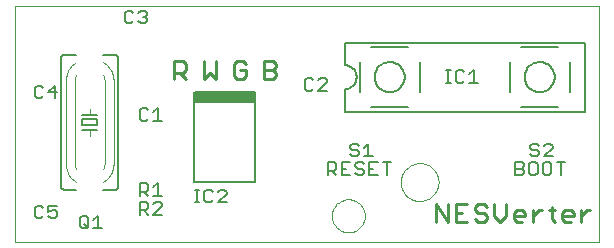
<source format=gto>
G75*
G70*
%OFA0B0*%
%FSLAX24Y24*%
%IPPOS*%
%LPD*%
%AMOC8*
5,1,8,0,0,1.08239X$1,22.5*
%
%ADD10C,0.0000*%
%ADD11C,0.0110*%
%ADD12C,0.0060*%
%ADD13C,0.0080*%
%ADD14R,0.2047X0.0384*%
%ADD15C,0.0020*%
D10*
X000282Y000282D02*
X000282Y008152D01*
X019774Y008152D01*
X019774Y000282D01*
X000282Y000282D01*
X010856Y001157D02*
X010858Y001204D01*
X010864Y001250D01*
X010874Y001296D01*
X010887Y001341D01*
X010905Y001384D01*
X010926Y001426D01*
X010950Y001466D01*
X010978Y001503D01*
X011009Y001538D01*
X011043Y001571D01*
X011079Y001600D01*
X011118Y001626D01*
X011159Y001649D01*
X011202Y001668D01*
X011246Y001684D01*
X011291Y001696D01*
X011337Y001704D01*
X011384Y001708D01*
X011430Y001708D01*
X011477Y001704D01*
X011523Y001696D01*
X011568Y001684D01*
X011612Y001668D01*
X011655Y001649D01*
X011696Y001626D01*
X011735Y001600D01*
X011771Y001571D01*
X011805Y001538D01*
X011836Y001503D01*
X011864Y001466D01*
X011888Y001426D01*
X011909Y001384D01*
X011927Y001341D01*
X011940Y001296D01*
X011950Y001250D01*
X011956Y001204D01*
X011958Y001157D01*
X011956Y001110D01*
X011950Y001064D01*
X011940Y001018D01*
X011927Y000973D01*
X011909Y000930D01*
X011888Y000888D01*
X011864Y000848D01*
X011836Y000811D01*
X011805Y000776D01*
X011771Y000743D01*
X011735Y000714D01*
X011696Y000688D01*
X011655Y000665D01*
X011612Y000646D01*
X011568Y000630D01*
X011523Y000618D01*
X011477Y000610D01*
X011430Y000606D01*
X011384Y000606D01*
X011337Y000610D01*
X011291Y000618D01*
X011246Y000630D01*
X011202Y000646D01*
X011159Y000665D01*
X011118Y000688D01*
X011079Y000714D01*
X011043Y000743D01*
X011009Y000776D01*
X010978Y000811D01*
X010950Y000848D01*
X010926Y000888D01*
X010905Y000930D01*
X010887Y000973D01*
X010874Y001018D01*
X010864Y001064D01*
X010858Y001110D01*
X010856Y001157D01*
X013152Y002282D02*
X013154Y002332D01*
X013160Y002382D01*
X013170Y002431D01*
X013184Y002479D01*
X013201Y002526D01*
X013222Y002571D01*
X013247Y002615D01*
X013275Y002656D01*
X013307Y002695D01*
X013341Y002732D01*
X013378Y002766D01*
X013418Y002796D01*
X013460Y002823D01*
X013504Y002847D01*
X013550Y002868D01*
X013597Y002884D01*
X013645Y002897D01*
X013695Y002906D01*
X013744Y002911D01*
X013795Y002912D01*
X013845Y002909D01*
X013894Y002902D01*
X013943Y002891D01*
X013991Y002876D01*
X014037Y002858D01*
X014082Y002836D01*
X014125Y002810D01*
X014166Y002781D01*
X014205Y002749D01*
X014241Y002714D01*
X014273Y002676D01*
X014303Y002636D01*
X014330Y002593D01*
X014353Y002549D01*
X014372Y002503D01*
X014388Y002455D01*
X014400Y002406D01*
X014408Y002357D01*
X014412Y002307D01*
X014412Y002257D01*
X014408Y002207D01*
X014400Y002158D01*
X014388Y002109D01*
X014372Y002061D01*
X014353Y002015D01*
X014330Y001971D01*
X014303Y001928D01*
X014273Y001888D01*
X014241Y001850D01*
X014205Y001815D01*
X014166Y001783D01*
X014125Y001754D01*
X014082Y001728D01*
X014037Y001706D01*
X013991Y001688D01*
X013943Y001673D01*
X013894Y001662D01*
X013845Y001655D01*
X013795Y001652D01*
X013744Y001653D01*
X013695Y001658D01*
X013645Y001667D01*
X013597Y001680D01*
X013550Y001696D01*
X013504Y001717D01*
X013460Y001741D01*
X013418Y001768D01*
X013378Y001798D01*
X013341Y001832D01*
X013307Y001869D01*
X013275Y001908D01*
X013247Y001949D01*
X013222Y001993D01*
X013201Y002038D01*
X013184Y002085D01*
X013170Y002133D01*
X013160Y002182D01*
X013154Y002232D01*
X013152Y002282D01*
D11*
X014337Y001553D02*
X014731Y000962D01*
X014731Y001553D01*
X014982Y001553D02*
X014982Y000962D01*
X015375Y000962D01*
X015626Y001061D02*
X015725Y000962D01*
X015921Y000962D01*
X016020Y001061D01*
X016020Y001159D01*
X015921Y001257D01*
X015725Y001257D01*
X015626Y001356D01*
X015626Y001454D01*
X015725Y001553D01*
X015921Y001553D01*
X016020Y001454D01*
X016271Y001553D02*
X016271Y001159D01*
X016468Y000962D01*
X016664Y001159D01*
X016664Y001553D01*
X016915Y001257D02*
X017014Y001356D01*
X017211Y001356D01*
X017309Y001257D01*
X017309Y001159D01*
X016915Y001159D01*
X016915Y001061D02*
X016915Y001257D01*
X016915Y001061D02*
X017014Y000962D01*
X017211Y000962D01*
X017560Y000962D02*
X017560Y001356D01*
X017757Y001356D02*
X017855Y001356D01*
X017757Y001356D02*
X017560Y001159D01*
X018097Y001356D02*
X018294Y001356D01*
X018195Y001454D02*
X018195Y001061D01*
X018294Y000962D01*
X018527Y001061D02*
X018527Y001257D01*
X018625Y001356D01*
X018822Y001356D01*
X018920Y001257D01*
X018920Y001159D01*
X018527Y001159D01*
X018527Y001061D02*
X018625Y000962D01*
X018822Y000962D01*
X019171Y000962D02*
X019171Y001356D01*
X019368Y001356D02*
X019466Y001356D01*
X019368Y001356D02*
X019171Y001159D01*
X015375Y001553D02*
X014982Y001553D01*
X014337Y001553D02*
X014337Y000962D01*
X014982Y001257D02*
X015179Y001257D01*
X008981Y005811D02*
X008882Y005712D01*
X008587Y005712D01*
X008587Y006303D01*
X008882Y006303D01*
X008981Y006204D01*
X008981Y006106D01*
X008882Y006007D01*
X008587Y006007D01*
X008882Y006007D02*
X008981Y005909D01*
X008981Y005811D01*
X007981Y005811D02*
X007882Y005712D01*
X007686Y005712D01*
X007587Y005811D01*
X007587Y006204D01*
X007686Y006303D01*
X007882Y006303D01*
X007981Y006204D01*
X007981Y006007D02*
X007784Y006007D01*
X007981Y006007D02*
X007981Y005811D01*
X006981Y005712D02*
X006981Y006303D01*
X006587Y006303D02*
X006587Y005712D01*
X006784Y005909D01*
X006981Y005712D01*
X005981Y005712D02*
X005784Y005909D01*
X005882Y005909D02*
X005981Y006007D01*
X005981Y006204D01*
X005882Y006303D01*
X005587Y006303D01*
X005587Y005712D01*
X005587Y005909D02*
X005882Y005909D01*
D12*
X003732Y006432D02*
X003732Y002132D01*
X003730Y002115D01*
X003726Y002098D01*
X003719Y002082D01*
X003709Y002068D01*
X003696Y002055D01*
X003682Y002045D01*
X003666Y002038D01*
X003649Y002034D01*
X003632Y002032D01*
X003232Y002032D01*
X002332Y002032D02*
X001932Y002032D01*
X001915Y002034D01*
X001898Y002038D01*
X001882Y002045D01*
X001868Y002055D01*
X001855Y002068D01*
X001845Y002082D01*
X001838Y002098D01*
X001834Y002115D01*
X001832Y002132D01*
X001832Y006432D01*
X001834Y006449D01*
X001838Y006466D01*
X001845Y006482D01*
X001855Y006496D01*
X001868Y006509D01*
X001882Y006519D01*
X001898Y006526D01*
X001915Y006530D01*
X001932Y006532D01*
X002332Y006532D01*
X003232Y006532D02*
X003632Y006532D01*
X003649Y006530D01*
X003666Y006526D01*
X003682Y006519D01*
X003696Y006509D01*
X003709Y006496D01*
X003719Y006482D01*
X003726Y006466D01*
X003730Y006449D01*
X003732Y006432D01*
X003032Y004532D02*
X002782Y004532D01*
X002532Y004532D01*
X002532Y004382D02*
X002532Y004182D01*
X003032Y004182D01*
X003032Y004382D01*
X002532Y004382D01*
X002532Y004032D02*
X002782Y004032D01*
X003032Y004032D01*
X011282Y004632D02*
X011282Y005382D01*
X011321Y005384D01*
X011360Y005390D01*
X011398Y005399D01*
X011435Y005412D01*
X011471Y005429D01*
X011504Y005449D01*
X011536Y005473D01*
X011565Y005499D01*
X011591Y005528D01*
X011615Y005560D01*
X011635Y005593D01*
X011652Y005629D01*
X011665Y005666D01*
X011674Y005704D01*
X011680Y005743D01*
X011682Y005782D01*
X011680Y005821D01*
X011674Y005860D01*
X011665Y005898D01*
X011652Y005935D01*
X011635Y005971D01*
X011615Y006004D01*
X011591Y006036D01*
X011565Y006065D01*
X011536Y006091D01*
X011504Y006115D01*
X011471Y006135D01*
X011435Y006152D01*
X011398Y006165D01*
X011360Y006174D01*
X011321Y006180D01*
X011282Y006182D01*
X011282Y006932D01*
X019282Y006932D01*
X019282Y004632D01*
X011282Y004632D01*
D13*
X012176Y004782D02*
X013389Y004782D01*
X013782Y005294D02*
X013782Y006270D01*
X014672Y006018D02*
X014812Y006018D01*
X014742Y006018D02*
X014742Y005597D01*
X014672Y005597D02*
X014812Y005597D01*
X014979Y005667D02*
X015049Y005597D01*
X015189Y005597D01*
X015259Y005667D01*
X015439Y005597D02*
X015720Y005597D01*
X015580Y005597D02*
X015580Y006018D01*
X015439Y005877D01*
X015259Y005947D02*
X015189Y006018D01*
X015049Y006018D01*
X014979Y005947D01*
X014979Y005667D01*
X016782Y005294D02*
X016782Y006282D01*
X017176Y006782D02*
X018389Y006782D01*
X018782Y006270D02*
X018782Y005294D01*
X018389Y004782D02*
X017176Y004782D01*
X017282Y005782D02*
X017284Y005826D01*
X017290Y005870D01*
X017300Y005913D01*
X017313Y005955D01*
X017330Y005996D01*
X017351Y006035D01*
X017375Y006072D01*
X017402Y006107D01*
X017432Y006139D01*
X017465Y006169D01*
X017501Y006195D01*
X017538Y006219D01*
X017578Y006238D01*
X017619Y006255D01*
X017662Y006267D01*
X017705Y006276D01*
X017749Y006281D01*
X017793Y006282D01*
X017837Y006279D01*
X017881Y006272D01*
X017924Y006261D01*
X017966Y006247D01*
X018006Y006229D01*
X018045Y006207D01*
X018081Y006183D01*
X018115Y006155D01*
X018147Y006124D01*
X018176Y006090D01*
X018202Y006054D01*
X018224Y006016D01*
X018243Y005976D01*
X018258Y005934D01*
X018270Y005892D01*
X018278Y005848D01*
X018282Y005804D01*
X018282Y005760D01*
X018278Y005716D01*
X018270Y005672D01*
X018258Y005630D01*
X018243Y005588D01*
X018224Y005548D01*
X018202Y005510D01*
X018176Y005474D01*
X018147Y005440D01*
X018115Y005409D01*
X018081Y005381D01*
X018045Y005357D01*
X018006Y005335D01*
X017966Y005317D01*
X017924Y005303D01*
X017881Y005292D01*
X017837Y005285D01*
X017793Y005282D01*
X017749Y005283D01*
X017705Y005288D01*
X017662Y005297D01*
X017619Y005309D01*
X017578Y005326D01*
X017538Y005345D01*
X017501Y005369D01*
X017465Y005395D01*
X017432Y005425D01*
X017402Y005457D01*
X017375Y005492D01*
X017351Y005529D01*
X017330Y005568D01*
X017313Y005609D01*
X017300Y005651D01*
X017290Y005694D01*
X017284Y005738D01*
X017282Y005782D01*
X013389Y006782D02*
X012176Y006782D01*
X011782Y006282D02*
X011782Y005294D01*
X010688Y005322D02*
X010408Y005322D01*
X010688Y005602D01*
X010688Y005672D01*
X010618Y005743D01*
X010478Y005743D01*
X010408Y005672D01*
X010227Y005672D02*
X010157Y005743D01*
X010017Y005743D01*
X009947Y005672D01*
X009947Y005392D01*
X010017Y005322D01*
X010157Y005322D01*
X010227Y005392D01*
X008306Y005278D02*
X008306Y002286D01*
X006259Y002286D01*
X006259Y005278D01*
X005048Y004743D02*
X005048Y004322D01*
X004908Y004322D02*
X005188Y004322D01*
X004727Y004392D02*
X004657Y004322D01*
X004517Y004322D01*
X004447Y004392D01*
X004447Y004672D01*
X004517Y004743D01*
X004657Y004743D01*
X004727Y004672D01*
X004908Y004602D02*
X005048Y004743D01*
X001688Y005282D02*
X001408Y005282D01*
X001618Y005493D01*
X001618Y005072D01*
X001227Y005142D02*
X001157Y005072D01*
X001017Y005072D01*
X000947Y005142D01*
X000947Y005422D01*
X001017Y005493D01*
X001157Y005493D01*
X001227Y005422D01*
X003947Y007642D02*
X004017Y007572D01*
X004157Y007572D01*
X004227Y007642D01*
X004408Y007642D02*
X004478Y007572D01*
X004618Y007572D01*
X004688Y007642D01*
X004688Y007712D01*
X004618Y007782D01*
X004548Y007782D01*
X004618Y007782D02*
X004688Y007852D01*
X004688Y007922D01*
X004618Y007993D01*
X004478Y007993D01*
X004408Y007922D01*
X004227Y007922D02*
X004157Y007993D01*
X004017Y007993D01*
X003947Y007922D01*
X003947Y007642D01*
X012282Y005782D02*
X012284Y005826D01*
X012290Y005870D01*
X012300Y005913D01*
X012313Y005955D01*
X012330Y005996D01*
X012351Y006035D01*
X012375Y006072D01*
X012402Y006107D01*
X012432Y006139D01*
X012465Y006169D01*
X012501Y006195D01*
X012538Y006219D01*
X012578Y006238D01*
X012619Y006255D01*
X012662Y006267D01*
X012705Y006276D01*
X012749Y006281D01*
X012793Y006282D01*
X012837Y006279D01*
X012881Y006272D01*
X012924Y006261D01*
X012966Y006247D01*
X013006Y006229D01*
X013045Y006207D01*
X013081Y006183D01*
X013115Y006155D01*
X013147Y006124D01*
X013176Y006090D01*
X013202Y006054D01*
X013224Y006016D01*
X013243Y005976D01*
X013258Y005934D01*
X013270Y005892D01*
X013278Y005848D01*
X013282Y005804D01*
X013282Y005760D01*
X013278Y005716D01*
X013270Y005672D01*
X013258Y005630D01*
X013243Y005588D01*
X013224Y005548D01*
X013202Y005510D01*
X013176Y005474D01*
X013147Y005440D01*
X013115Y005409D01*
X013081Y005381D01*
X013045Y005357D01*
X013006Y005335D01*
X012966Y005317D01*
X012924Y005303D01*
X012881Y005292D01*
X012837Y005285D01*
X012793Y005282D01*
X012749Y005283D01*
X012705Y005288D01*
X012662Y005297D01*
X012619Y005309D01*
X012578Y005326D01*
X012538Y005345D01*
X012501Y005369D01*
X012465Y005395D01*
X012432Y005425D01*
X012402Y005457D01*
X012375Y005492D01*
X012351Y005529D01*
X012330Y005568D01*
X012313Y005609D01*
X012300Y005651D01*
X012290Y005694D01*
X012284Y005738D01*
X012282Y005782D01*
X012073Y003568D02*
X012073Y003147D01*
X011933Y003147D02*
X012213Y003147D01*
X011752Y003217D02*
X011682Y003147D01*
X011542Y003147D01*
X011472Y003217D01*
X011542Y003357D02*
X011682Y003357D01*
X011752Y003287D01*
X011752Y003217D01*
X011542Y003357D02*
X011472Y003427D01*
X011472Y003497D01*
X011542Y003568D01*
X011682Y003568D01*
X011752Y003497D01*
X011933Y003427D02*
X012073Y003568D01*
X012103Y002943D02*
X012103Y002522D01*
X012384Y002522D01*
X012704Y002522D02*
X012704Y002943D01*
X012564Y002943D02*
X012844Y002943D01*
X012384Y002943D02*
X012103Y002943D01*
X011923Y002872D02*
X011853Y002943D01*
X011713Y002943D01*
X011643Y002872D01*
X011643Y002802D01*
X011713Y002732D01*
X011853Y002732D01*
X011923Y002662D01*
X011923Y002592D01*
X011853Y002522D01*
X011713Y002522D01*
X011643Y002592D01*
X011463Y002522D02*
X011183Y002522D01*
X011183Y002943D01*
X011463Y002943D01*
X011323Y002732D02*
X011183Y002732D01*
X011002Y002732D02*
X010932Y002662D01*
X010722Y002662D01*
X010862Y002662D02*
X011002Y002522D01*
X010722Y002522D02*
X010722Y002943D01*
X010932Y002943D01*
X011002Y002872D01*
X011002Y002732D01*
X012103Y002732D02*
X012243Y002732D01*
X016972Y002732D02*
X017182Y002732D01*
X017252Y002662D01*
X017252Y002592D01*
X017182Y002522D01*
X016972Y002522D01*
X016972Y002943D01*
X017182Y002943D01*
X017252Y002872D01*
X017252Y002802D01*
X017182Y002732D01*
X017433Y002592D02*
X017503Y002522D01*
X017643Y002522D01*
X017713Y002592D01*
X017713Y002872D01*
X017643Y002943D01*
X017503Y002943D01*
X017433Y002872D01*
X017433Y002592D01*
X017893Y002592D02*
X017963Y002522D01*
X018103Y002522D01*
X018173Y002592D01*
X018173Y002872D01*
X018103Y002943D01*
X017963Y002943D01*
X017893Y002872D01*
X017893Y002592D01*
X018493Y002522D02*
X018493Y002943D01*
X018353Y002943D02*
X018634Y002943D01*
X018213Y003147D02*
X017933Y003147D01*
X018213Y003427D01*
X018213Y003497D01*
X018143Y003568D01*
X018003Y003568D01*
X017933Y003497D01*
X017752Y003497D02*
X017682Y003568D01*
X017542Y003568D01*
X017472Y003497D01*
X017472Y003427D01*
X017542Y003357D01*
X017682Y003357D01*
X017752Y003287D01*
X017752Y003217D01*
X017682Y003147D01*
X017542Y003147D01*
X017472Y003217D01*
X007346Y001953D02*
X007346Y001883D01*
X007066Y001603D01*
X007346Y001603D01*
X006886Y001673D02*
X006816Y001603D01*
X006676Y001603D01*
X006606Y001673D01*
X006606Y001953D01*
X006676Y002023D01*
X006816Y002023D01*
X006886Y001953D01*
X007066Y001953D02*
X007136Y002023D01*
X007276Y002023D01*
X007346Y001953D01*
X006439Y002023D02*
X006299Y002023D01*
X006369Y002023D02*
X006369Y001603D01*
X006299Y001603D02*
X006439Y001603D01*
X005188Y001547D02*
X005188Y001477D01*
X004908Y001197D01*
X005188Y001197D01*
X004727Y001197D02*
X004587Y001337D01*
X004657Y001337D02*
X004447Y001337D01*
X004447Y001197D02*
X004447Y001618D01*
X004657Y001618D01*
X004727Y001547D01*
X004727Y001407D01*
X004657Y001337D01*
X004908Y001547D02*
X004978Y001618D01*
X005118Y001618D01*
X005188Y001547D01*
X005188Y001822D02*
X004908Y001822D01*
X005048Y001822D02*
X005048Y002243D01*
X004908Y002102D01*
X004727Y002032D02*
X004657Y001962D01*
X004447Y001962D01*
X004587Y001962D02*
X004727Y001822D01*
X004447Y001822D02*
X004447Y002243D01*
X004657Y002243D01*
X004727Y002172D01*
X004727Y002032D01*
X003048Y001168D02*
X003048Y000747D01*
X002908Y000747D02*
X003188Y000747D01*
X002727Y000747D02*
X002587Y000887D01*
X002517Y000747D02*
X002447Y000817D01*
X002447Y001097D01*
X002517Y001168D01*
X002657Y001168D01*
X002727Y001097D01*
X002727Y000817D01*
X002657Y000747D01*
X002517Y000747D01*
X002908Y001027D02*
X003048Y001168D01*
X001688Y001142D02*
X001618Y001072D01*
X001478Y001072D01*
X001408Y001142D01*
X001227Y001142D02*
X001157Y001072D01*
X001017Y001072D01*
X000947Y001142D01*
X000947Y001422D01*
X001017Y001493D01*
X001157Y001493D01*
X001227Y001422D01*
X001408Y001493D02*
X001408Y001282D01*
X001548Y001352D01*
X001618Y001352D01*
X001688Y001282D01*
X001688Y001142D01*
X001688Y001493D02*
X001408Y001493D01*
D14*
X007282Y005126D03*
D15*
X003582Y005632D02*
X003582Y002932D01*
X003282Y002932D02*
X003282Y005632D01*
X003582Y005632D02*
X003580Y005688D01*
X003574Y005743D01*
X003565Y005798D01*
X003551Y005852D01*
X003534Y005905D01*
X003513Y005956D01*
X003489Y006006D01*
X003461Y006054D01*
X003430Y006101D01*
X003396Y006145D01*
X003359Y006186D01*
X003319Y006225D01*
X003277Y006261D01*
X003232Y006293D01*
X002332Y005850D02*
X002317Y005816D01*
X002304Y005780D01*
X002295Y005744D01*
X002288Y005707D01*
X002283Y005670D01*
X002282Y005632D01*
X002282Y002932D01*
X001982Y002932D02*
X001982Y005632D01*
X003232Y005850D02*
X003247Y005816D01*
X003260Y005780D01*
X003269Y005744D01*
X003276Y005707D01*
X003281Y005670D01*
X003282Y005632D01*
X002332Y006293D02*
X002287Y006261D01*
X002245Y006225D01*
X002205Y006186D01*
X002168Y006144D01*
X002134Y006101D01*
X002103Y006054D01*
X002075Y006006D01*
X002051Y005956D01*
X002030Y005905D01*
X002013Y005852D01*
X001999Y005798D01*
X001990Y005743D01*
X001984Y005688D01*
X001982Y005632D01*
X002782Y004732D02*
X002782Y004532D01*
X002782Y004032D02*
X002782Y003832D01*
X001982Y002932D02*
X001984Y002876D01*
X001990Y002821D01*
X001999Y002766D01*
X002013Y002712D01*
X002030Y002659D01*
X002051Y002608D01*
X002075Y002558D01*
X002103Y002510D01*
X002134Y002463D01*
X002168Y002419D01*
X002205Y002378D01*
X002245Y002339D01*
X002287Y002303D01*
X002332Y002271D01*
X002332Y002714D02*
X002317Y002748D01*
X002304Y002784D01*
X002295Y002820D01*
X002288Y002857D01*
X002283Y002894D01*
X002282Y002932D01*
X003232Y002714D02*
X003247Y002748D01*
X003260Y002784D01*
X003269Y002820D01*
X003276Y002857D01*
X003281Y002894D01*
X003282Y002932D01*
X003582Y002932D02*
X003580Y002876D01*
X003574Y002821D01*
X003565Y002766D01*
X003551Y002712D01*
X003534Y002659D01*
X003513Y002608D01*
X003489Y002558D01*
X003461Y002510D01*
X003430Y002463D01*
X003396Y002420D01*
X003359Y002378D01*
X003319Y002339D01*
X003277Y002303D01*
X003232Y002271D01*
M02*

</source>
